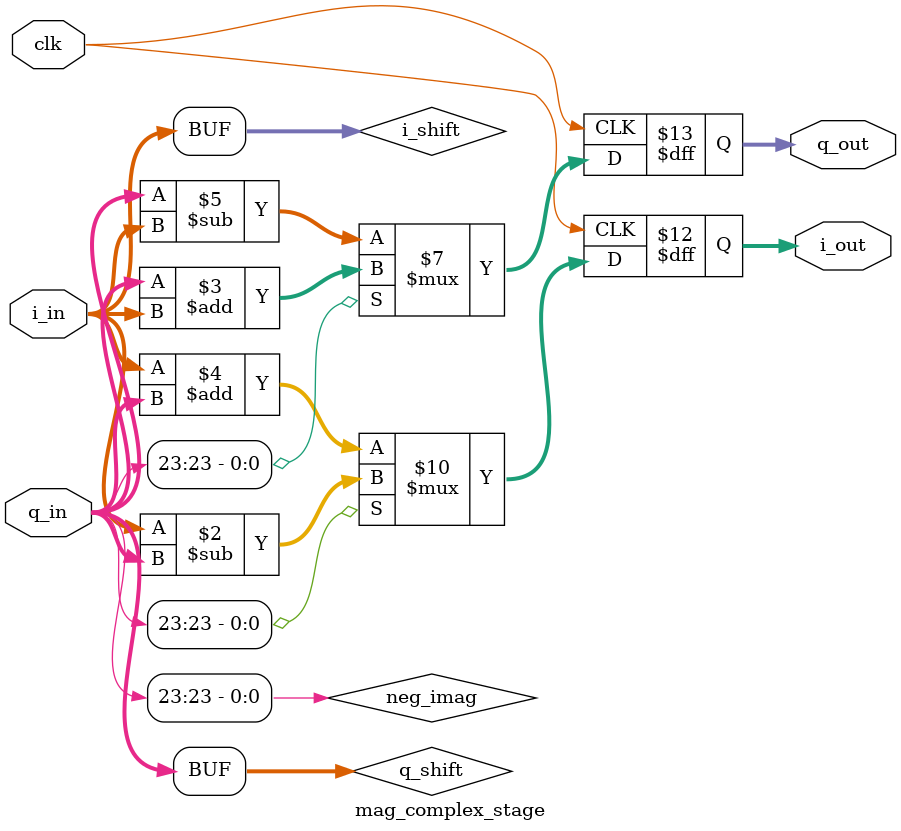
<source format=v>

module mag_complex_stage
    #(parameter NUM_STAGE = 0)  // number of stage rotate
    (
    input             clk,      // clock
    input      [23:0] i_in,     // real part for current stage 
    input      [23:0] q_in,     // image part for current stage     
    output reg [23:0] i_out,    // real part for next stage  
    output reg [23:0] q_out     // image part for next stage    
    );
    
    wire [23:0] i_shift = { {(NUM_STAGE){i_in[23]}}, i_in[23:NUM_STAGE] };          
    wire [23:0] q_shift = { {(NUM_STAGE){q_in[23]}}, q_in[23:NUM_STAGE] };    
    wire neg_imag = q_in[23];       

    always @(posedge clk)
        begin
            if (neg_imag) begin
                i_out    <= i_in - q_shift;    
                q_out    <= q_in + i_shift;    
            end else begin
                i_out    <= i_in + q_shift;    
                q_out    <= q_in - i_shift;             
            end
        end
        
        
    
endmodule









</source>
